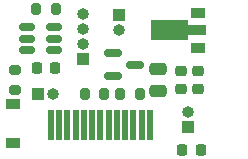
<source format=gbr>
%TF.GenerationSoftware,KiCad,Pcbnew,(6.0.7-1)-1*%
%TF.CreationDate,2022-12-10T20:08:07+13:00*%
%TF.ProjectId,bauble_pcb,62617562-6c65-45f7-9063-622e6b696361,rev?*%
%TF.SameCoordinates,Original*%
%TF.FileFunction,Soldermask,Top*%
%TF.FilePolarity,Negative*%
%FSLAX46Y46*%
G04 Gerber Fmt 4.6, Leading zero omitted, Abs format (unit mm)*
G04 Created by KiCad (PCBNEW (6.0.7-1)-1) date 2022-12-10 20:08:07*
%MOMM*%
%LPD*%
G01*
G04 APERTURE LIST*
G04 Aperture macros list*
%AMRoundRect*
0 Rectangle with rounded corners*
0 $1 Rounding radius*
0 $2 $3 $4 $5 $6 $7 $8 $9 X,Y pos of 4 corners*
0 Add a 4 corners polygon primitive as box body*
4,1,4,$2,$3,$4,$5,$6,$7,$8,$9,$2,$3,0*
0 Add four circle primitives for the rounded corners*
1,1,$1+$1,$2,$3*
1,1,$1+$1,$4,$5*
1,1,$1+$1,$6,$7*
1,1,$1+$1,$8,$9*
0 Add four rect primitives between the rounded corners*
20,1,$1+$1,$2,$3,$4,$5,0*
20,1,$1+$1,$4,$5,$6,$7,0*
20,1,$1+$1,$6,$7,$8,$9,0*
20,1,$1+$1,$8,$9,$2,$3,0*%
%AMFreePoly0*
4,1,9,3.862500,-0.866500,0.737500,-0.866500,0.737500,-0.450000,-0.737500,-0.450000,-0.737500,0.450000,0.737500,0.450000,0.737500,0.866500,3.862500,0.866500,3.862500,-0.866500,3.862500,-0.866500,$1*%
G04 Aperture macros list end*
%ADD10R,0.500000X2.500000*%
%ADD11R,1.000000X1.000000*%
%ADD12O,1.000000X1.000000*%
%ADD13R,1.300000X0.900000*%
%ADD14FreePoly0,180.000000*%
%ADD15RoundRect,0.225000X-0.250000X0.225000X-0.250000X-0.225000X0.250000X-0.225000X0.250000X0.225000X0*%
%ADD16RoundRect,0.200000X-0.200000X-0.275000X0.200000X-0.275000X0.200000X0.275000X-0.200000X0.275000X0*%
%ADD17RoundRect,0.200000X0.200000X0.275000X-0.200000X0.275000X-0.200000X-0.275000X0.200000X-0.275000X0*%
%ADD18RoundRect,0.150000X-0.512500X-0.150000X0.512500X-0.150000X0.512500X0.150000X-0.512500X0.150000X0*%
%ADD19RoundRect,0.225000X0.225000X0.250000X-0.225000X0.250000X-0.225000X-0.250000X0.225000X-0.250000X0*%
%ADD20RoundRect,0.250000X-0.475000X0.250000X-0.475000X-0.250000X0.475000X-0.250000X0.475000X0.250000X0*%
%ADD21RoundRect,0.200000X0.275000X-0.200000X0.275000X0.200000X-0.275000X0.200000X-0.275000X-0.200000X0*%
%ADD22RoundRect,0.225000X-0.225000X-0.250000X0.225000X-0.250000X0.225000X0.250000X-0.225000X0.250000X0*%
%ADD23RoundRect,0.150000X-0.587500X-0.150000X0.587500X-0.150000X0.587500X0.150000X-0.587500X0.150000X0*%
%ADD24R,1.200000X0.900000*%
G04 APERTURE END LIST*
D10*
%TO.C,DISP1*%
X142200000Y-101300000D03*
X142900000Y-101300000D03*
X143600000Y-101300000D03*
X144300000Y-101300000D03*
X145000000Y-101300000D03*
X145700000Y-101300000D03*
X146400000Y-101300000D03*
X147100000Y-101300000D03*
X147800000Y-101300000D03*
X148500000Y-101300000D03*
X149200000Y-101300000D03*
X149900000Y-101300000D03*
X150600000Y-101300000D03*
%TD*%
D11*
%TO.C,J4*%
X148000000Y-92000000D03*
D12*
X148000000Y-93270000D03*
%TD*%
D13*
%TO.C,U1*%
X154650000Y-94800000D03*
D14*
X154562500Y-93300000D03*
D13*
X154650000Y-91800000D03*
%TD*%
D15*
%TO.C,C3*%
X153200000Y-96725000D03*
X153200000Y-98275000D03*
%TD*%
D11*
%TO.C,J2*%
X144900000Y-95700000D03*
D12*
X144900000Y-94430000D03*
X144900000Y-93160000D03*
X144900000Y-91890000D03*
%TD*%
D16*
%TO.C,R4*%
X148075000Y-98700000D03*
X149725000Y-98700000D03*
%TD*%
D15*
%TO.C,C1*%
X154700000Y-96725000D03*
X154700000Y-98275000D03*
%TD*%
D17*
%TO.C,R2*%
X146725000Y-98700000D03*
X145075000Y-98700000D03*
%TD*%
%TO.C,R3*%
X142625000Y-91500000D03*
X140975000Y-91500000D03*
%TD*%
D11*
%TO.C,J3*%
X141100000Y-98700000D03*
D12*
X142370000Y-98700000D03*
%TD*%
D18*
%TO.C,U2*%
X140162500Y-93050000D03*
X140162500Y-94000000D03*
X140162500Y-94950000D03*
X142437500Y-94950000D03*
X142437500Y-94000000D03*
X142437500Y-93050000D03*
%TD*%
D19*
%TO.C,C2*%
X142575000Y-96500000D03*
X141025000Y-96500000D03*
%TD*%
D20*
%TO.C,C5*%
X151300000Y-96550000D03*
X151300000Y-98450000D03*
%TD*%
D11*
%TO.C,J1*%
X153800000Y-101450000D03*
D12*
X153800000Y-100180000D03*
%TD*%
D21*
%TO.C,R1*%
X139200000Y-98325000D03*
X139200000Y-96675000D03*
%TD*%
D22*
%TO.C,C4*%
X153325000Y-103400000D03*
X154875000Y-103400000D03*
%TD*%
D23*
%TO.C,Q1*%
X147462500Y-95250000D03*
X147462500Y-97150000D03*
X149337500Y-96200000D03*
%TD*%
D24*
%TO.C,D1*%
X139000000Y-102850000D03*
X139000000Y-99550000D03*
%TD*%
M02*

</source>
